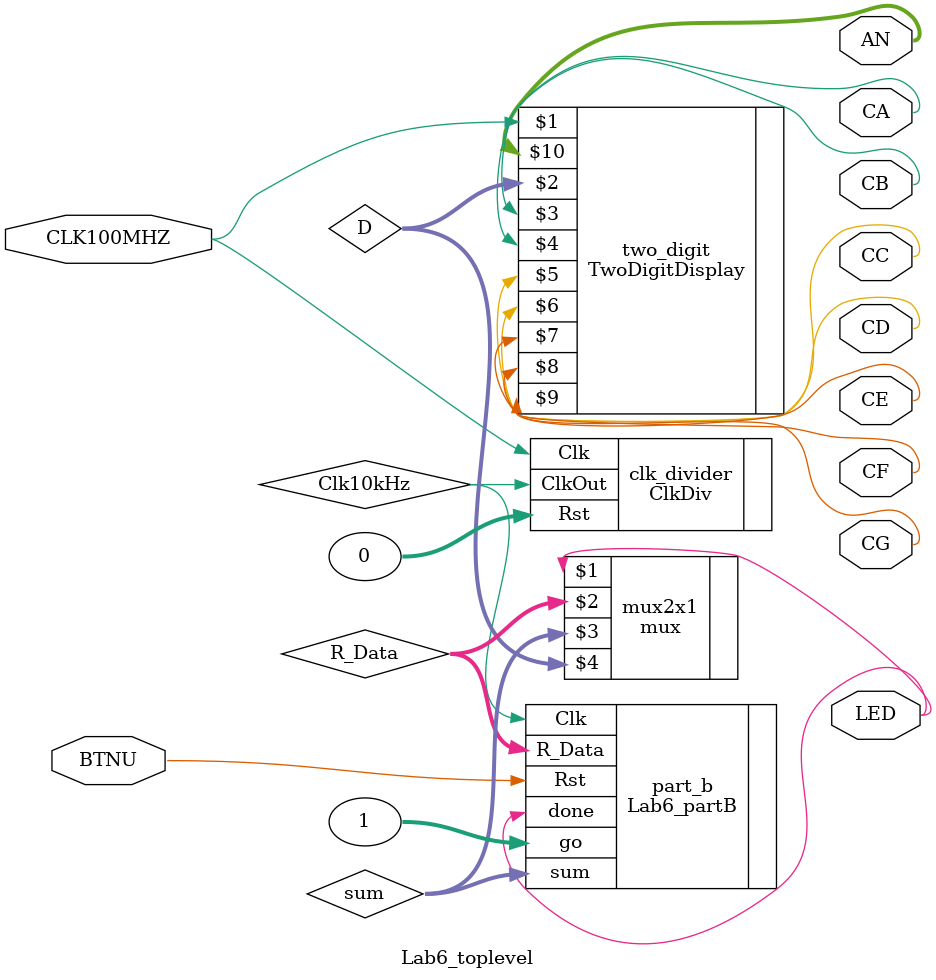
<source format=v>
module Lab6_toplevel(
    input CLK100MHZ,
    input BTNU,  // Reset
    output [0:0] LED,  // LED output
    output CA, CB, CC, CD, CE, CF, CG,  // 7-segment display outputs
    output [7:0] AN  // Digit enable
);

    // Instantiate ClkDiv
    wire Clk10kHz;
    ClkDiv clk_divider(.Clk(CLK100MHZ),.Rst(0), .ClkOut(Clk10kHz));

    // Instantiate Lab6_PartA
    wire [7:0] sum;
    wire [7:0] R_Data;
    wire [7:0] D;
    //wire done;
    Lab6_partB part_b(.Rst(BTNU), .Clk(Clk10kHz), .go(1), .done(LED[0]), .sum(sum), .R_Data(R_Data));
    
    //module mux(s, I1, I0, D);
    mux mux2x1(LED[0], R_Data, sum, D);  

    // Connect the sum to the display
    // Assume TwoDigitDisplay and SevenSegment are modules that you will add
    
    //module TwoDigitDisplay(CLK100MHZ, SW, CA,CB,CC,CD,CE,CF,CG,AN);
    TwoDigitDisplay two_digit(CLK100MHZ, D, CA, CB, CC, CD, CE, CF, CG, AN);
    // Connect the done signal to the LED
    //assign LED[0] = done;

endmodule


</source>
